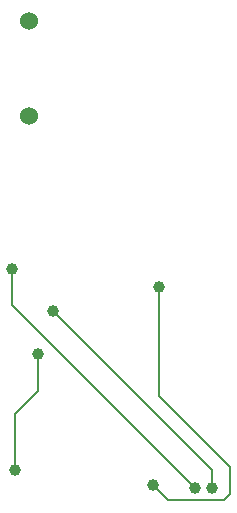
<source format=gbr>
G04 #@! TF.GenerationSoftware,KiCad,Pcbnew,5.0.2-bee76a0~70~ubuntu16.04.1*
G04 #@! TF.CreationDate,2019-03-15T02:00:50+08:00*
G04 #@! TF.ProjectId,OTP-v02,4f54502d-7630-4322-9e6b-696361645f70,v01*
G04 #@! TF.SameCoordinates,Original*
G04 #@! TF.FileFunction,Copper,L2,Bot*
G04 #@! TF.FilePolarity,Positive*
%FSLAX46Y46*%
G04 Gerber Fmt 4.6, Leading zero omitted, Abs format (unit mm)*
G04 Created by KiCad (PCBNEW 5.0.2-bee76a0~70~ubuntu16.04.1) date Friday, 15 March, 2019 02:00:50 AM PST*
%MOMM*%
%LPD*%
G01*
G04 APERTURE LIST*
G04 #@! TA.AperFunction,ComponentPad*
%ADD10C,1.524000*%
G04 #@! TD*
G04 #@! TA.AperFunction,ViaPad*
%ADD11C,1.000000*%
G04 #@! TD*
G04 #@! TA.AperFunction,Conductor*
%ADD12C,0.200000*%
G04 #@! TD*
G04 APERTURE END LIST*
D10*
G04 #@! TO.P,BT1,1*
G04 #@! TO.N,VDC*
X108500000Y-61000000D03*
G04 #@! TO.P,BT1,2*
G04 #@! TO.N,GND*
X108500000Y-69000000D03*
G04 #@! TD*
D11*
G04 #@! TO.N,PREVGH*
X107000000Y-82000000D03*
X122500000Y-100500000D03*
G04 #@! TO.N,PREVGL*
X110500000Y-85500000D03*
X124000000Y-100500000D03*
G04 #@! TO.N,GDR*
X107250000Y-99000000D03*
X109200000Y-89200000D03*
G04 #@! TO.N,SDI*
X119000000Y-100250000D03*
X119500000Y-83500000D03*
G04 #@! TD*
D12*
G04 #@! TO.N,PREVGH*
X107000000Y-82000000D02*
X107000000Y-84500000D01*
X114000000Y-92000000D02*
X122500000Y-100500000D01*
X114000000Y-92000000D02*
X107000000Y-85000000D01*
X107000000Y-85000000D02*
X107000000Y-84500000D01*
G04 #@! TO.N,PREVGL*
X124000000Y-99000000D02*
X110500000Y-85500000D01*
X124000000Y-100500000D02*
X124000000Y-99000000D01*
G04 #@! TO.N,GDR*
X109200000Y-89200000D02*
X109200000Y-92300000D01*
X107250000Y-94250000D02*
X107250000Y-99000000D01*
X109200000Y-92300000D02*
X107250000Y-94250000D01*
G04 #@! TO.N,SDI*
X119500000Y-83500000D02*
X119500000Y-92750000D01*
X119500000Y-92750000D02*
X125500000Y-98750000D01*
X125500000Y-98750000D02*
X125500000Y-101000000D01*
X125500000Y-101000000D02*
X125000000Y-101500000D01*
X120250000Y-101500000D02*
X119000000Y-100250000D01*
X125000000Y-101500000D02*
X120250000Y-101500000D01*
G04 #@! TD*
M02*

</source>
